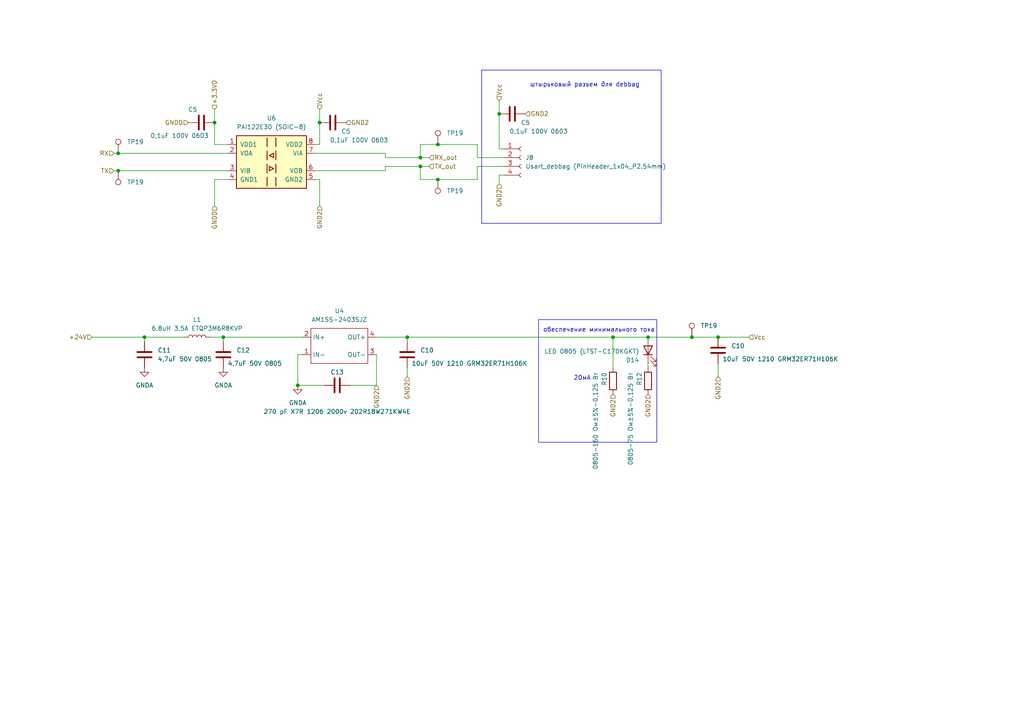
<source format=kicad_sch>
(kicad_sch (version 20231120) (generator "eeschema") (generator_version "8.0")
  (paper "A4")
  (lib_symbols
    (symbol "Connector:Conn_01x04_Socket" (pin_names (offset 1.016) hide)
      (property "Reference" "J" (at 0 5.08 0))
      (property "Value" "Conn_01x04_Socket" (at 0 -7.62 0))
      (symbol "Conn_01x04_Socket_1_1"
        (arc (start 0 -4.572) (mid -0.5058 -5.08) (end 0 -5.588) (stroke (width 0.1524)))
        (arc (start 0 -2.032) (mid -0.5058 -2.54) (end 0 -3.048) (stroke (width 0.1524)))
        (polyline (pts (xy -1.27 -5.08) (xy -0.508 -5.08)) (stroke (width 0.1524)))
        (polyline (pts (xy -1.27 -2.54) (xy -0.508 -2.54)) (stroke (width 0.1524)))
        (polyline (pts (xy -1.27 0) (xy -0.508 0)) (stroke (width 0.1524)))
        (polyline (pts (xy -1.27 2.54) (xy -0.508 2.54)) (stroke (width 0.1524)))
        (arc (start 0 0.508) (mid -0.5058 0) (end 0 -0.508) (stroke (width 0.1524)))
        (arc (start 0 3.048) (mid -0.5058 2.54) (end 0 2.032) (stroke (width 0.1524)))
        (pin passive line (at -5.08 2.54 0) (length 3.81) (name "Pin_1") (number "1"))
        (pin passive line (at -5.08 0 0) (length 3.81) (name "Pin_2") (number "2"))
        (pin passive line (at -5.08 -2.54 0) (length 3.81) (name "Pin_3") (number "3"))
        (pin passive line (at -5.08 -5.08 0) (length 3.81) (name "Pin_4") (number "4"))
      )
    )
    (symbol "Connector:TestPoint" (pin_numbers hide) (pin_names (offset 0.762) hide)
      (property "Reference" "TP" (at 0 6.858 0))
      (property "Value" "TestPoint" (at 0 5.08 0))
      (symbol "TestPoint_0_1"
        (circle (center 0 3.302) (radius 0.762))
      )
      (symbol "TestPoint_1_1"
        (pin passive line (at 0 0 90) (length 2.54) (name "1") (number "1"))
      )
    )
    (symbol "Converter_DCDC:AM1SS-"
      (property "Reference" "U" (at -1.27 2.54 0))
      (property "Value" "AM1SS-" (at 0 0 0))
      (symbol "AM1SS-_0_1"
        (rectangle (start -6.35 -2.54) (end 10.16 -12.7))
      )
      (symbol "AM1SS-_1_1"
        (pin input line (at -8.89 -5.08 0) (length 2.56) (name "IN-") (number "1"))
        (pin input line (at -8.89 -10.16 0) (length 2.56) (name "IN+") (number "2"))
        (pin output line (at 12.7 -5.08 180) (length 2.56) (name "OUT-") (number "3"))
        (pin output line (at 12.7 -10.16 180) (length 2.56) (name "OUT+") (number "4"))
      )
    )
    (symbol "Device:C" (pin_numbers hide) (pin_names (offset 0.254))
      (property "Reference" "C" (at 0.635 2.54 0))
      (property "Value" "C" (at 0.635 -2.54 0))
      (symbol "C_0_1"
        (polyline (pts (xy -2.032 -0.762) (xy 2.032 -0.762)) (stroke (width 0.508)))
        (polyline (pts (xy -2.032 0.762) (xy 2.032 0.762)) (stroke (width 0.508)))
      )
      (symbol "C_1_1"
        (pin passive line (at 0 3.81 270) (length 2.794) (name "~") (number "1"))
        (pin passive line (at 0 -3.81 90) (length 2.794) (name "~") (number "2"))
      )
    )
    (symbol "Device:L" (pin_numbers hide) (pin_names (offset 1.016) hide)
      (property "Reference" "L" (at -1.27 0 90))
      (property "Value" "L" (at 1.905 0 90))
      (symbol "L_0_1"
        (arc (start 0 -2.54) (mid 0.6323 -1.905) (end 0 -1.27))
        (arc (start 0 -1.27) (mid 0.6323 -0.635) (end 0 0))
        (arc (start 0 0) (mid 0.6323 0.635) (end 0 1.27))
        (arc (start 0 1.27) (mid 0.6323 1.905) (end 0 2.54))
      )
      (symbol "L_1_1"
        (pin passive line (at 0 3.81 270) (length 1.27) (name "1") (number "1"))
        (pin passive line (at 0 -3.81 90) (length 1.27) (name "2") (number "2"))
      )
    )
    (symbol "Device:LED" (pin_numbers hide) (pin_names (offset 1.016) hide)
      (property "Reference" "D" (at 0 2.54 0))
      (property "Value" "LED" (at 0 -2.54 0))
      (symbol "LED_0_1"
        (polyline (pts (xy -1.27 -1.27) (xy -1.27 1.27)) (stroke (width 0.254)))
        (polyline (pts (xy -1.27 0) (xy 1.27 0)))
        (polyline (pts (xy 1.27 -1.27) (xy 1.27 1.27) (xy -1.27 0) (xy 1.27 -1.27)) (stroke (width 0.254)))
        (polyline (pts (xy -3.048 -0.762) (xy -4.572 -2.286) (xy -3.81 -2.286) (xy -4.572 -2.286) (xy -4.572 -1.524)))
        (polyline (pts (xy -1.778 -0.762) (xy -3.302 -2.286) (xy -2.54 -2.286) (xy -3.302 -2.286) (xy -3.302 -1.524)))
      )
      (symbol "LED_1_1"
        (pin passive line (at -3.81 0 0) (length 2.54) (name "K") (number "1"))
        (pin passive line (at 3.81 0 180) (length 2.54) (name "A") (number "2"))
      )
    )
    (symbol "Device:R" (pin_numbers hide) (pin_names (offset 0))
      (property "Reference" "R" (at 2.032 0 90))
      (property "Value" "R" (at 0 0 90))
      (symbol "R_0_1"
        (rectangle (start -1.016 -2.54) (end 1.016 2.54) (stroke (width 0.254)))
      )
      (symbol "R_1_1"
        (pin passive line (at 0 3.81 270) (length 1.27) (name "~") (number "1"))
        (pin passive line (at 0 -3.81 90) (length 1.27) (name "~") (number "2"))
      )
    )
    (symbol "Isolator:Pai122E3X" (pin_names (offset 1.016))
      (property "Reference" "U" (at -10.16 8.89 0))
      (property "Value" "Pai122E3X" (at -2.032 8.89 0))
      (symbol "Pai122E3X_0_1"
        (rectangle (start -10.16 7.62) (end 10.16 -7.62) (stroke (width 0.254)) (fill (type background)))
        (polyline (pts (xy -1.27 -4.445) (xy -1.27 -6.985)) (stroke (width 0.254)))
        (polyline (pts (xy -1.27 -0.635) (xy -1.27 -3.175)) (stroke (width 0.254)))
        (polyline (pts (xy -1.27 3.175) (xy -1.27 0.635)) (stroke (width 0.254)))
        (polyline (pts (xy -1.27 6.985) (xy -1.27 4.445)) (stroke (width 0.254)))
        (polyline (pts (xy 1.27 -4.445) (xy 1.27 -6.985)) (stroke (width 0.254)))
        (polyline (pts (xy 1.27 -0.635) (xy 1.27 -3.175)) (stroke (width 0.254)))
        (polyline (pts (xy 1.27 3.175) (xy 1.27 0.635)) (stroke (width 0.254)))
        (polyline (pts (xy 1.27 6.985) (xy 1.27 4.445)) (stroke (width 0.254)))
        (polyline (pts (xy -0.635 -1.27) (xy -0.635 -2.54) (xy 0.635 -1.905) (xy -0.635 -1.27)) (stroke (width 0.254)))
        (polyline (pts (xy 0.635 2.54) (xy 0.635 1.27) (xy -0.635 1.905) (xy 0.635 2.54)) (stroke (width 0.254)))
      )
      (symbol "Pai122E3X_1_1"
        (pin power_in line (at -12.7 5.08 0) (length 2.54) (name "VDD1") (number "1"))
        (pin output line (at -12.7 2.54 0) (length 2.54) (name "VOA") (number "2"))
        (pin input line (at -12.7 -2.54 0) (length 2.54) (name "VIB") (number "3"))
        (pin power_in line (at -12.7 -5.08 0) (length 2.54) (name "GND1") (number "4"))
        (pin power_in line (at 12.7 -5.08 180) (length 2.54) (name "GND2") (number "5"))
        (pin output line (at 12.7 -2.54 180) (length 2.54) (name "VOB") (number "6"))
        (pin input line (at 12.7 2.54 180) (length 2.54) (name "VIA") (number "7"))
        (pin power_in line (at 12.7 5.08 180) (length 2.54) (name "VDD2") (number "8"))
      )
    )
    (symbol "power:GNDA" (power) (pin_numbers hide) (pin_names (offset 0) hide)
      (property "Value" "GNDA" (at 0 -3.81 0))
      (symbol "GNDA_0_1"
        (polyline (pts (xy 0 0) (xy 0 -1.27) (xy 1.27 -1.27) (xy 0 -2.54) (xy -1.27 -1.27) (xy 0 -1.27)))
      )
      (symbol "GNDA_1_1"
        (pin power_in line (at 0 0 270) (length 0) (name "~") (number "1"))
      )
    )
  )
  (junction (at 86.36 111.76))
  (junction (at 144.78 33.02))
  (junction (at 121.92 48.26))
  (junction (at 92.71 35.56))
  (junction (at 208.28 97.79))
  (junction (at 187.96 97.79))
  (junction (at 41.91 97.79))
  (junction (at 177.8 97.79))
  (junction (at 34.29 49.53))
  (junction (at 62.23 35.56))
  (junction (at 127 41.91))
  (junction (at 121.92 45.72))
  (junction (at 34.29 44.45))
  (junction (at 127 52.07))
  (junction (at 64.77 97.79))
  (junction (at 118.11 97.79))
  (junction (at 200.66 97.79))
  (wire (pts (xy 86.36 102.87) (xy 86.36 111.76)))
  (wire (pts (xy 109.22 97.79) (xy 118.11 97.79)))
  (wire (pts (xy 187.96 97.79) (xy 177.8 97.79)))
  (wire (pts (xy 144.78 50.8) (xy 144.78 53.34)))
  (wire (pts (xy 92.71 35.56) (xy 92.71 41.91)))
  (wire (pts (xy 34.29 49.53) (xy 66.04 49.53)))
  (wire (pts (xy 187.96 106.68) (xy 187.96 105.41)))
  (wire (pts (xy 111.76 44.45) (xy 111.76 45.72)))
  (wire (pts (xy 138.43 52.07) (xy 127 52.07)))
  (wire (pts (xy 127 41.91) (xy 121.92 41.91)))
  (wire (pts (xy 146.05 50.8) (xy 144.78 50.8)))
  (wire (pts (xy 86.36 111.76) (xy 93.98 111.76)))
  (wire (pts (xy 66.04 52.07) (xy 62.23 52.07)))
  (wire (pts (xy 33.02 49.53) (xy 34.29 49.53)))
  (wire (pts (xy 217.17 97.79) (xy 208.28 97.79)))
  (wire (pts (xy 91.44 52.07) (xy 92.71 52.07)))
  (wire (pts (xy 109.22 102.87) (xy 109.22 111.76)))
  (wire (pts (xy 127 52.07) (xy 121.92 52.07)))
  (wire (pts (xy 111.76 48.26) (xy 121.92 48.26)))
  (wire (pts (xy 111.76 45.72) (xy 121.92 45.72)))
  (wire (pts (xy 62.23 41.91) (xy 66.04 41.91)))
  (wire (pts (xy 101.6 111.76) (xy 109.22 111.76)))
  (wire (pts (xy 177.8 106.68) (xy 177.8 97.79)))
  (wire (pts (xy 91.44 41.91) (xy 92.71 41.91)))
  (wire (pts (xy 121.92 48.26) (xy 121.92 52.07)))
  (wire (pts (xy 34.29 44.45) (xy 66.04 44.45)))
  (wire (pts (xy 62.23 31.75) (xy 62.23 35.56)))
  (wire (pts (xy 200.66 97.79) (xy 208.28 97.79)))
  (wire (pts (xy 146.05 45.72) (xy 138.43 45.72)))
  (wire (pts (xy 118.11 99.06) (xy 118.11 97.79)))
  (wire (pts (xy 121.92 48.26) (xy 124.46 48.26)))
  (wire (pts (xy 64.77 97.79) (xy 87.63 97.79)))
  (wire (pts (xy 138.43 41.91) (xy 127 41.91)))
  (wire (pts (xy 26.67 97.79) (xy 41.91 97.79)))
  (wire (pts (xy 62.23 52.07) (xy 62.23 59.69)))
  (wire (pts (xy 92.71 52.07) (xy 92.71 59.69)))
  (wire (pts (xy 41.91 97.79) (xy 53.34 97.79)))
  (wire (pts (xy 91.44 49.53) (xy 111.76 49.53)))
  (wire (pts (xy 92.71 31.75) (xy 92.71 35.56)))
  (wire (pts (xy 118.11 106.68) (xy 118.11 109.22)))
  (wire (pts (xy 64.77 99.06) (xy 64.77 97.79)))
  (wire (pts (xy 144.78 29.21) (xy 144.78 33.02)))
  (wire (pts (xy 144.78 33.02) (xy 144.78 43.18)))
  (wire (pts (xy 146.05 48.26) (xy 138.43 48.26)))
  (wire (pts (xy 91.44 44.45) (xy 111.76 44.45)))
  (wire (pts (xy 208.28 105.41) (xy 208.28 109.22)))
  (wire (pts (xy 118.11 97.79) (xy 177.8 97.79)))
  (wire (pts (xy 33.02 44.45) (xy 34.29 44.45)))
  (wire (pts (xy 138.43 48.26) (xy 138.43 52.07)))
  (wire (pts (xy 144.78 43.18) (xy 146.05 43.18)))
  (wire (pts (xy 60.96 97.79) (xy 64.77 97.79)))
  (wire (pts (xy 121.92 41.91) (xy 121.92 45.72)))
  (wire (pts (xy 41.91 99.06) (xy 41.91 97.79)))
  (wire (pts (xy 187.96 97.79) (xy 200.66 97.79)))
  (wire (pts (xy 121.92 45.72) (xy 124.46 45.72)))
  (wire (pts (xy 138.43 45.72) (xy 138.43 41.91)))
  (wire (pts (xy 62.23 35.56) (xy 62.23 41.91)))
  (wire (pts (xy 111.76 49.53) (xy 111.76 48.26)))
  (wire (pts (xy 87.63 102.87) (xy 86.36 102.87)))
  (rectangle (start 156.21 92.71) (end 190.5 128.27))
  (rectangle (start 139.7 20.32) (end 191.77 64.77))
  (text "20мА" (at 166.37 110.49 0) (effects (font (size 1.27 1.27)) (justify left bottom)))
  (text "штырьковый разъем для debbag" (at 153.67 25.4 0) (effects (font (size 1.27 1.27)) (justify left bottom)))
  (text "обеспечение минимального тока" (at 157.48 96.52 0) (effects (font (size 1.27 1.27)) (justify left bottom)))
  (hierarchical_label "TX_out" (shape input) (at 124.46 48.26 0))
  (hierarchical_label "GND2" (shape input) (at 187.96 114.3 270))
  (hierarchical_label "GNDD" (shape input) (at 62.23 59.69 270))
  (hierarchical_label "+3.3VD" (shape input) (at 62.23 31.75 90))
  (hierarchical_label "GND2" (shape input) (at 208.28 109.22 270))
  (hierarchical_label "TX" (shape input) (at 33.02 49.53 180))
  (hierarchical_label "Vcc" (shape input) (at 144.78 29.21 90))
  (hierarchical_label "GND2" (shape input) (at 118.11 109.22 270))
  (hierarchical_label "GND2" (shape input) (at 92.71 59.69 270))
  (hierarchical_label "Vcc" (shape input) (at 217.17 97.79 0))
  (hierarchical_label "RX_out" (shape input) (at 124.46 45.72 0))
  (hierarchical_label "+24V" (shape input) (at 26.67 97.79 180))
  (hierarchical_label "GND2" (shape input) (at 152.4 33.02 0))
  (hierarchical_label "GND2" (shape input) (at 100.33 35.56 0))
  (hierarchical_label "GND2" (shape input) (at 109.22 111.76 270))
  (hierarchical_label "Vcc" (shape input) (at 92.71 31.75 90))
  (hierarchical_label "RX" (shape input) (at 33.02 44.45 180))
  (hierarchical_label "GND2" (shape input) (at 177.8 114.3 270))
  (hierarchical_label "GND2" (shape input) (at 144.78 53.34 270))
  (hierarchical_label "GNDD" (shape input) (at 54.61 35.56 180))
  (symbol (lib_id "Connector:TestPoint") (at 34.29 49.53 180) (unit 1)
    (property "Reference" "TP19" (at 36.83 52.8319 0) (effects (justify right)))
    (property "Value" "TestPoint" (effects (hide yes)))
    (property "Footprint" "TestPoint:TestPoint_Pad_D1.0mm" (effects (hide yes)))
    (property "Description" "test point" (effects (hide yes)))
    (instances (project "Плата симистров" (path "" (reference "TP19") (unit 1))) (project "qr_code" (path "" (reference "TP15") (unit 1)) (path "" (reference "TP14") (unit 1))) (project "Плата внешних шаговых двигателей" (path "" (reference "TP21") (unit 1)) (path "" (reference "TP5") (unit 1))))
  )
  (symbol (lib_id "Device:C") (at 118.11 102.87 0) (unit 1)
    (property "Reference" "C10" (at 121.92 101.6 0) (effects (justify left)))
    (property "Value" "10uF 50V 1210 GRM32ER71H106K" (at 119.38 105.41 0) (effects (justify left)))
    (property "Footprint" "Capacitor_SMD:C_1210_3225Metric" (effects (hide yes)))
    (instances (project "Плата симистров" (path "" (reference "C10") (unit 1))) (project "qr_code" (path "" (reference "C23") (unit 1)) (path "" (reference "C19") (unit 1))) (project "Плата внешних шаговых двигателей" (path "" (reference "C10") (unit 1))))
  )
  (symbol (lib_id "Device:C") (at 96.52 35.56 270) (unit 1)
    (property "Reference" "C5" (at 100.33 38.1 90))
    (property "Value" "0,1uF 100V 0603" (at 104.14 40.64 90))
    (property "Footprint" "Capacitor_SMD:C_0603_1608Metric" (effects (hide yes)))
    (instances (project "Плата симистров" (path "" (reference "C5") (unit 1))) (project "qr_code" (path "" (reference "C18") (unit 1)) (path "" (reference "C17") (unit 1))) (project "Плата внешних шаговых двигателей" (path "" (reference "C5") (unit 1))))
  )
  (symbol (lib_id "Connector:TestPoint") (at 34.29 44.45 0) (unit 1)
    (property "Reference" "TP19" (at 36.83 41.1479 0) (effects (justify left)))
    (property "Value" "TestPoint" (effects (hide yes)))
    (property "Footprint" "TestPoint:TestPoint_Pad_D1.0mm" (effects (hide yes)))
    (property "Description" "test point" (effects (hide yes)))
    (instances (project "Плата симистров" (path "" (reference "TP19") (unit 1))) (project "qr_code" (path "" (reference "TP13") (unit 1)) (path "" (reference "TP12") (unit 1))) (project "Плата внешних шаговых двигателей" (path "" (reference "TP21") (unit 1)) (path "" (reference "TP5") (unit 1))))
  )
  (symbol (lib_id "power:GNDA") (at 64.77 106.68 0) (unit 1)
    (property "Reference" "#PWR028" (effects (hide yes)))
    (property "Value" "GNDA" (at 64.77 111.76 0))
    (property "Description" "Power symbol creates a global label with name \"GNDA\" , analog ground" (effects (hide yes)))
    (instances (project "Плата симистров" (path "" (reference "#PWR028") (unit 1))) (project "qr_code" (path "" (reference "#PWR045") (unit 1)) (path "" (reference "#PWR038") (unit 1))) (project "Плата внешних шаговых двигателей" (path "" (reference "#PWR040") (unit 1))))
  )
  (symbol (lib_id "power:GNDA") (at 86.36 111.76 0) (unit 1)
    (property "Reference" "#PWR030" (effects (hide yes)))
    (property "Value" "GNDA" (at 86.36 116.84 0))
    (property "Description" "Power symbol creates a global label with name \"GNDA\" , analog ground" (effects (hide yes)))
    (instances (project "Плата симистров" (path "" (reference "#PWR030") (unit 1))) (project "qr_code" (path "" (reference "#PWR047") (unit 1)) (path "" (reference "#PWR040") (unit 1))) (project "Плата внешних шаговых двигателей" (path "" (reference "#PWR042") (unit 1))))
  )
  (symbol (lib_id "Device:C") (at 64.77 102.87 0) (unit 1)
    (property "Reference" "C12" (at 68.58 101.6 0) (effects (justify left)))
    (property "Value" "4,7uF 50V 0805" (at 66.04 105.41 0) (effects (justify left)))
    (property "Footprint" "Capacitor_SMD:C_0805_2012Metric" (effects (hide yes)))
    (instances (project "Плата симистров" (path "" (reference "C12") (unit 1))) (project "qr_code" (path "" (reference "C25") (unit 1)) (path "" (reference "C21") (unit 1))) (project "Плата внешних шаговых двигателей" (path "" (reference "C12") (unit 1))))
  )
  (symbol (lib_id "Connector:TestPoint") (at 127 41.91 0) (unit 1)
    (property "Reference" "TP19" (at 129.54 38.6079 0) (effects (justify left)))
    (property "Value" "TestPoint" (effects (hide yes)))
    (property "Footprint" "TestPoint:TestPoint_Pad_D1.0mm" (effects (hide yes)))
    (property "Description" "test point" (effects (hide yes)))
    (instances (project "Плата симистров" (path "" (reference "TP19") (unit 1))) (project "qr_code" (path "" (reference "TP17") (unit 1)) (path "" (reference "TP16") (unit 1))) (project "Плата внешних шаговых двигателей" (path "" (reference "TP21") (unit 1)) (path "" (reference "TP5") (unit 1))))
  )
  (symbol (lib_id "power:GNDA") (at 41.91 106.68 0) (unit 1)
    (property "Reference" "#PWR027" (effects (hide yes)))
    (property "Value" "GNDA" (at 41.91 111.76 0))
    (property "Description" "Power symbol creates a global label with name \"GNDA\" , analog ground" (effects (hide yes)))
    (instances (project "Плата симистров" (path "" (reference "#PWR027") (unit 1))) (project "qr_code" (path "" (reference "#PWR044") (unit 1)) (path "" (reference "#PWR037") (unit 1))) (project "Плата внешних шаговых двигателей" (path "" (reference "#PWR039") (unit 1))))
  )
  (symbol (lib_id "Device:C") (at 97.79 111.76 90) (unit 1)
    (property "Reference" "C13" (at 97.79 107.95 90))
    (property "Value" "270 pF X7R 1206 2000v 202R18W271KW4E" (at 97.79 119.38 90))
    (property "Footprint" "Capacitor_SMD:C_1206_3216Metric" (effects (hide yes)))
    (instances (project "Плата симистров" (path "" (reference "C13") (unit 1))) (project "qr_code" (path "" (reference "C26") (unit 1)) (path "" (reference "C22") (unit 1))) (project "Плата внешних шаговых двигателей" (path "" (reference "C13") (unit 1))))
  )
  (symbol (lib_id "Device:C") (at 148.59 33.02 270) (unit 1)
    (property "Reference" "C5" (at 152.4 35.56 90))
    (property "Value" "0,1uF 100V 0603" (at 156.21 38.1 90))
    (property "Footprint" "Capacitor_SMD:C_0603_1608Metric" (effects (hide yes)))
    (instances (project "Плата симистров" (path "" (reference "C5") (unit 1))) (project "qr_code" (path "" (reference "C38") (unit 1)) (path "" (reference "C37") (unit 1))) (project "Плата внешних шаговых двигателей" (path "" (reference "C5") (unit 1))))
  )
  (symbol (lib_id "Device:R") (at 177.8 110.49 180) (unit 1)
    (property "Reference" "R9" (at 175.26 107.95 90) (effects (justify left)))
    (property "Value" "0805-160 Ом±5%-0,125 Вт" (at 172.72 107.95 90) (effects (justify left)))
    (property "Footprint" "Resistor_SMD:R_0805_2012Metric" (effects (hide yes)))
    (instances (project "qr_code" (path "" (reference "R10") (unit 1)) (path "" (reference "R9") (unit 1))))
  )
  (symbol (lib_id "Connector:TestPoint") (at 127 52.07 180) (unit 1)
    (property "Reference" "TP19" (at 129.54 55.3719 0) (effects (justify right)))
    (property "Value" "TestPoint" (effects (hide yes)))
    (property "Footprint" "TestPoint:TestPoint_Pad_D1.0mm" (effects (hide yes)))
    (property "Description" "test point" (effects (hide yes)))
    (instances (project "Плата симистров" (path "" (reference "TP19") (unit 1))) (project "qr_code" (path "" (reference "TP19") (unit 1)) (path "" (reference "TP18") (unit 1))) (project "Плата внешних шаговых двигателей" (path "" (reference "TP21") (unit 1)) (path "" (reference "TP5") (unit 1))))
  )
  (symbol (lib_id "Connector:TestPoint") (at 200.66 97.79 0) (unit 1)
    (property "Reference" "TP19" (at 203.2 94.4879 0) (effects (justify left)))
    (property "Value" "TestPoint" (effects (hide yes)))
    (property "Footprint" "TestPoint:TestPoint_Pad_D1.0mm" (effects (hide yes)))
    (property "Description" "test point" (effects (hide yes)))
    (instances (project "Плата симистров" (path "" (reference "TP19") (unit 1))) (project "qr_code" (path "" (reference "TP11") (unit 1)) (path "" (reference "TP10") (unit 1))) (project "Плата внешних шаговых двигателей" (path "" (reference "TP21") (unit 1)) (path "" (reference "TP5") (unit 1))))
  )
  (symbol (lib_id "Device:C") (at 41.91 102.87 0) (unit 1)
    (property "Reference" "C11" (at 45.72 101.6 0) (effects (justify left)))
    (property "Value" "4,7uF 50V 0805" (at 45.72 104.14 0) (effects (justify left)))
    (property "Footprint" "Capacitor_SMD:C_0805_2012Metric" (effects (hide yes)))
    (instances (project "Плата симистров" (path "" (reference "C11") (unit 1))) (project "qr_code" (path "" (reference "C24") (unit 1)) (path "" (reference "C20") (unit 1))) (project "Плата внешних шаговых двигателей" (path "" (reference "C11") (unit 1))))
  )
  (symbol (lib_id "Device:C") (at 58.42 35.56 90) (unit 1)
    (property "Reference" "C5" (at 55.88 31.75 90))
    (property "Value" "0,1uF 100V 0603" (at 52.07 39.37 90))
    (property "Footprint" "Capacitor_SMD:C_0603_1608Metric" (effects (hide yes)))
    (instances (project "Плата симистров" (path "" (reference "C5") (unit 1))) (project "qr_code" (path "" (reference "C16") (unit 1)) (path "" (reference "C15") (unit 1))) (project "Плата внешних шаговых двигателей" (path "" (reference "C5") (unit 1))))
  )
  (symbol (lib_id "Device:L") (at 57.15 97.79 90) (unit 1)
    (property "Reference" "L1" (at 57.15 92.71 90))
    (property "Value" "6,8uH 3,5A ETQP3M6R8KVP" (at 57.15 95.25 90))
    (property "Footprint" "Inductor_SMD:L_Bourns-SRN6028" (effects (hide yes)))
    (instances (project "Плата симистров" (path "" (reference "L1") (unit 1))) (project "qr_code" (path "" (reference "L3") (unit 1)) (path "" (reference "L2") (unit 1))) (project "Плата внешних шаговых двигателей" (path "" (reference "L1") (unit 1))))
  )
  (symbol (lib_id "Device:R") (at 187.96 110.49 180) (unit 1)
    (property "Reference" "R11" (at 185.42 107.95 90) (effects (justify left)))
    (property "Value" "0805-75 Ом±5%-0,125 Вт" (at 182.88 107.95 90) (effects (justify left)))
    (property "Footprint" "Resistor_SMD:R_0805_2012Metric" (effects (hide yes)))
    (instances (project "qr_code" (path "" (reference "R12") (unit 1)) (path "" (reference "R11") (unit 1))))
  )
  (symbol (lib_id "Converter_DCDC:AM1SS-") (at 96.52 107.95 0) (mirror x) (unit 1)
    (property "Reference" "U4" (at 98.425 90.17 0))
    (property "Value" "AM1SS-2403SJZ" (at 98.425 92.71 0))
    (property "Footprint" "Converter_DCDC:Converter_DCDC_Murata_MEE3SxxxxSC_THT" (effects (hide yes)))
    (property "Datasheet" "https://www.aimtec.com/site/Aimtec/files/Datasheet/HighResolution/am1ss-jz.pdf" (effects (hide yes)))
    (instances (project "Плата симистров" (path "" (reference "U4") (unit 1))) (project "qr_code" (path "" (reference "U8") (unit 1)) (path "" (reference "U7") (unit 1))) (project "Плата внешних шаговых двигателей" (path "" (reference "U5") (unit 1))))
  )
  (symbol (lib_id "Isolator:Pai122E3X") (at 78.74 46.99 0) (unit 1)
    (property "Reference" "U5" (at 78.74 34.29 0))
    (property "Value" "PAI122E30 (SOIC-8)" (at 78.74 36.83 0))
    (property "Footprint" "Package_SO:SOIC-8_3.9x4.9mm_P1.27mm" (effects (hide yes)))
    (property "Datasheet" "https://www.lcsc.com/datasheet/lcsc_datasheet_2403271200_2Pai-Semi--122E30Q_C6807835.pdf" (effects (hide yes)))
    (instances (project "qr_code" (path "" (reference "U6") (unit 1)) (path "" (reference "U5") (unit 1))))
  )
  (symbol (lib_id "Device:LED") (at 187.96 101.6 90) (unit 1)
    (property "Reference" "D12" (at 185.42 104.4575 90) (effects (justify left)))
    (property "Value" "LED 0805 (LTST-C170KGKT)" (at 185.42 101.9175 90) (effects (justify left)))
    (property "Footprint" "LED_SMD:LED_0805_2012Metric_Pad1.15x1.40mm_HandSolder" (effects (hide yes)))
    (instances (project "Материнская плата" (path "" (reference "D14") (unit 1)) (path "" (reference "D12") (unit 1))) (project "qr_code" (path "" (reference "D4") (unit 1)) (path "" (reference "D3") (unit 1))))
  )
  (symbol (lib_id "Connector:Conn_01x04_Socket") (at 151.13 45.72 0) (unit 1)
    (property "Reference" "J7" (at 152.4 45.72 0) (effects (justify left)))
    (property "Value" "Usart_debbag (PinHeader_1x04_P2.54mm)" (at 152.4 48.26 0) (effects (justify left)))
    (property "Footprint" "Connector_PinHeader_2.54mm:PinHeader_1x04_P2.54mm_Vertical" (effects (hide yes)))
    (instances (project "qr_code" (path "" (reference "J8") (unit 1)) (path "" (reference "J7") (unit 1))))
  )
  (symbol (lib_id "Device:C") (at 208.28 101.6 0) (unit 1)
    (property "Reference" "C10" (at 212.09 100.33 0) (effects (justify left)))
    (property "Value" "10uF 50V 1210 GRM32ER71H106K" (at 209.55 104.14 0) (effects (justify left)))
    (property "Footprint" "Capacitor_SMD:C_1210_3225Metric" (effects (hide yes)))
    (instances (project "Плата симистров" (path "" (reference "C10") (unit 1))) (project "qr_code" (path "" (reference "C36") (unit 1)) (path "" (reference "C35") (unit 1))) (project "Плата внешних шаговых двигателей" (path "" (reference "C10") (unit 1))))
  )
)
</source>
